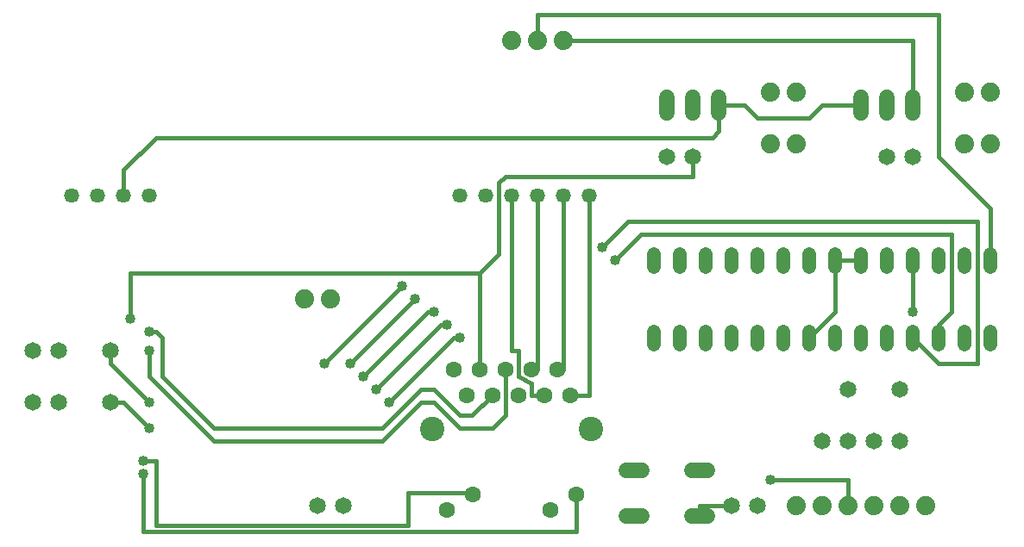
<source format=gbl>
G75*
%MOIN*%
%OFA0B0*%
%FSLAX24Y24*%
%IPPOS*%
%LPD*%
%AMOC8*
5,1,8,0,0,1.08239X$1,22.5*
%
%ADD10C,0.0650*%
%ADD11C,0.0600*%
%ADD12C,0.0740*%
%ADD13C,0.0574*%
%ADD14C,0.0945*%
%ADD15C,0.0630*%
%ADD16C,0.0520*%
%ADD17C,0.0400*%
%ADD18C,0.0160*%
D10*
X001680Y007000D03*
X002680Y007000D03*
X004680Y007000D03*
X004680Y009000D03*
X002680Y009000D03*
X001680Y009000D03*
X012680Y003000D03*
X013680Y003000D03*
X028680Y003000D03*
X029680Y003000D03*
X032180Y005500D03*
X033180Y005500D03*
X034180Y005500D03*
X035180Y005500D03*
X035180Y007500D03*
X033180Y007500D03*
X034680Y016500D03*
X035680Y016500D03*
X027180Y016500D03*
X026180Y016500D03*
D11*
X026180Y018200D02*
X026180Y018800D01*
X027180Y018800D02*
X027180Y018200D01*
X028180Y018200D02*
X028180Y018800D01*
X033680Y018800D02*
X033680Y018200D01*
X034680Y018200D02*
X034680Y018800D01*
X035680Y018800D02*
X035680Y018200D01*
X027760Y004390D02*
X027160Y004390D01*
X025200Y004390D02*
X024600Y004390D01*
X024600Y002610D02*
X025200Y002610D01*
X027160Y002610D02*
X027760Y002610D01*
D12*
X031180Y003000D03*
X032180Y003000D03*
X033180Y003000D03*
X034180Y003000D03*
X035180Y003000D03*
X036180Y003000D03*
X013180Y011000D03*
X012180Y011000D03*
X020180Y021000D03*
X021180Y021000D03*
X022180Y021000D03*
X030180Y019000D03*
X031180Y019000D03*
X031180Y017000D03*
X030180Y017000D03*
X037680Y017000D03*
X038680Y017000D03*
X038680Y019000D03*
X037680Y019000D03*
D13*
X023180Y015000D03*
X022180Y015000D03*
X021180Y015000D03*
X020180Y015000D03*
X019180Y015000D03*
X018180Y015000D03*
X006180Y015000D03*
X005180Y015000D03*
X004180Y015000D03*
X003180Y015000D03*
D14*
X017129Y005988D03*
X023231Y005988D03*
D15*
X022430Y007283D03*
X021430Y007283D03*
X020430Y007283D03*
X019430Y007283D03*
X018430Y007283D03*
X017930Y008283D03*
X018930Y008283D03*
X019930Y008283D03*
X020930Y008283D03*
X021930Y008283D03*
X022670Y003457D03*
X021670Y002858D03*
X018690Y003457D03*
X017690Y002858D03*
D16*
X025680Y009240D02*
X025680Y009760D01*
X026680Y009760D02*
X026680Y009240D01*
X027680Y009240D02*
X027680Y009760D01*
X028680Y009760D02*
X028680Y009240D01*
X029680Y009240D02*
X029680Y009760D01*
X030680Y009760D02*
X030680Y009240D01*
X031680Y009240D02*
X031680Y009760D01*
X032680Y009760D02*
X032680Y009240D01*
X033680Y009240D02*
X033680Y009760D01*
X034680Y009760D02*
X034680Y009240D01*
X035680Y009240D02*
X035680Y009760D01*
X036680Y009760D02*
X036680Y009240D01*
X037680Y009240D02*
X037680Y009760D01*
X038680Y009760D02*
X038680Y009240D01*
X038680Y012240D02*
X038680Y012760D01*
X037680Y012760D02*
X037680Y012240D01*
X036680Y012240D02*
X036680Y012760D01*
X035680Y012760D02*
X035680Y012240D01*
X034680Y012240D02*
X034680Y012760D01*
X033680Y012760D02*
X033680Y012240D01*
X032680Y012240D02*
X032680Y012760D01*
X031680Y012760D02*
X031680Y012240D01*
X030680Y012240D02*
X030680Y012760D01*
X029680Y012760D02*
X029680Y012240D01*
X028680Y012240D02*
X028680Y012760D01*
X027680Y012760D02*
X027680Y012240D01*
X026680Y012240D02*
X026680Y012760D01*
X025680Y012760D02*
X025680Y012240D01*
D17*
X024180Y012500D03*
X023680Y013000D03*
X017680Y010000D03*
X017180Y010500D03*
X016430Y011000D03*
X015930Y011500D03*
X018180Y009500D03*
X014930Y007500D03*
X014430Y008000D03*
X013930Y008500D03*
X012930Y008500D03*
X015430Y007000D03*
X006180Y007000D03*
X006180Y006000D03*
X005930Y004750D03*
X005930Y004250D03*
X006180Y009000D03*
X006180Y009750D03*
X005430Y010250D03*
X030180Y004000D03*
X035680Y010500D03*
D18*
X022680Y002000D02*
X005930Y002000D01*
X005930Y004250D01*
X005930Y004750D02*
X006430Y004750D01*
X006430Y002250D01*
X016180Y002250D01*
X016180Y003500D01*
X018690Y003500D01*
X018690Y003457D01*
X022670Y003457D02*
X022680Y003457D01*
X022680Y002000D01*
X027460Y002610D02*
X027460Y003000D01*
X028680Y003000D01*
X030180Y004000D02*
X033180Y004000D01*
X033180Y003000D01*
X036680Y008500D02*
X035680Y009500D01*
X036680Y009500D02*
X036680Y010000D01*
X037180Y010500D01*
X037180Y013500D01*
X025180Y013500D01*
X024180Y012500D01*
X023680Y013000D02*
X024680Y014000D01*
X038180Y014000D01*
X038180Y008500D01*
X036680Y008500D01*
X035680Y010500D02*
X035680Y012500D01*
X033680Y012500D02*
X032680Y012500D01*
X032680Y010500D01*
X031680Y009500D01*
X038680Y012500D02*
X038680Y014500D01*
X036680Y016500D01*
X036680Y022000D01*
X021180Y022000D01*
X021180Y021000D01*
X022180Y021000D02*
X035680Y021000D01*
X035680Y018500D01*
X033680Y018500D02*
X032180Y018500D01*
X031680Y018000D01*
X029680Y018000D01*
X029180Y018500D01*
X028180Y018500D01*
X028180Y017500D01*
X027930Y017250D01*
X006430Y017250D01*
X005180Y016000D01*
X005180Y015000D01*
X005430Y012000D02*
X005430Y010250D01*
X006180Y009750D02*
X006430Y009750D01*
X006680Y009500D01*
X006680Y008000D01*
X008680Y006000D01*
X015180Y006000D01*
X016680Y007500D01*
X017180Y007500D01*
X018180Y006500D01*
X018647Y006500D01*
X019430Y007283D01*
X019930Y006500D02*
X019930Y008283D01*
X020430Y008000D02*
X020430Y009000D01*
X020180Y009000D01*
X020180Y015000D01*
X019680Y015500D02*
X019930Y015750D01*
X027180Y015750D01*
X027180Y016500D01*
X023180Y015000D02*
X023180Y007283D01*
X022430Y007283D01*
X021430Y007283D02*
X020930Y007283D01*
X020930Y007750D01*
X020430Y008000D01*
X020930Y008283D02*
X021180Y008283D01*
X021180Y015000D01*
X022180Y015000D02*
X022180Y008283D01*
X021930Y008283D01*
X019930Y006500D02*
X019430Y006000D01*
X018180Y006000D01*
X017180Y007000D01*
X016680Y007000D01*
X015180Y005500D01*
X008680Y005500D01*
X006180Y008000D01*
X006180Y009000D01*
X004680Y009000D02*
X004680Y008500D01*
X006180Y007000D01*
X005180Y007000D02*
X006180Y006000D01*
X005180Y007000D02*
X004680Y007000D01*
X012930Y008500D02*
X015930Y011500D01*
X016430Y011000D02*
X013930Y008500D01*
X014430Y008000D02*
X016930Y010500D01*
X017180Y010500D01*
X017430Y010000D02*
X017680Y010000D01*
X017430Y010000D02*
X014930Y007500D01*
X015430Y007000D02*
X017930Y009500D01*
X018180Y009500D01*
X018930Y008283D02*
X018930Y012000D01*
X019680Y012750D01*
X019680Y015500D01*
X018930Y012000D02*
X005430Y012000D01*
M02*

</source>
